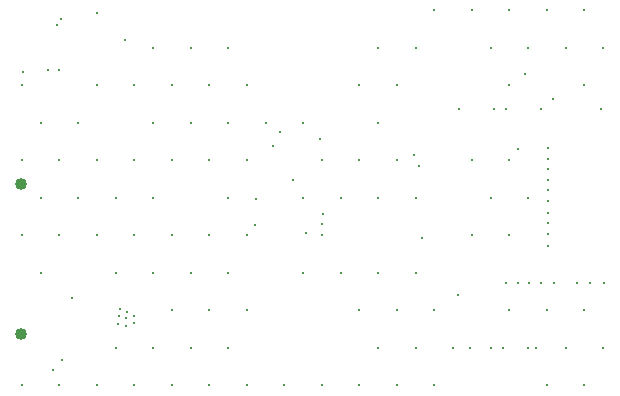
<source format=gbr>
%TF.GenerationSoftware,Altium Limited,Altium Designer,23.5.1 (21)*%
G04 Layer_Color=0*
%FSLAX45Y45*%
%MOMM*%
%TF.SameCoordinates,0CF0D061-263B-42B0-A585-B6EE71A6EBF9*%
%TF.FilePolarity,Positive*%
%TF.FileFunction,Plated,1,6,PTH,Drill*%
%TF.Part,Single*%
G01*
G75*
%TA.AperFunction,ComponentDrill*%
%ADD50C,1.01600*%
%TA.AperFunction,ViaDrill,NotFilled*%
%ADD51C,0.20000*%
D50*
X2847340Y3289300D02*
D03*
Y4559300D02*
D03*
D51*
X6553200Y3619500D02*
D03*
X6667500Y4127500D02*
D03*
X3124200Y2984500D02*
D03*
X7759700Y5194300D02*
D03*
X7785100Y3721100D02*
D03*
X7670800D02*
D03*
X7556500D02*
D03*
X7366000D02*
D03*
X7315200Y4038600D02*
D03*
X7314221Y4229196D02*
D03*
X7315200Y4140200D02*
D03*
Y4318000D02*
D03*
Y4419600D02*
D03*
Y4508500D02*
D03*
Y4597400D02*
D03*
Y4686300D02*
D03*
Y4775200D02*
D03*
Y4864100D02*
D03*
X7620000Y6032500D02*
D03*
X7778750Y5715000D02*
D03*
X7620000Y5397500D02*
D03*
Y3492500D02*
D03*
X7778750Y3175000D02*
D03*
X7620000Y2857500D02*
D03*
X7302500Y6032500D02*
D03*
X7461250Y5715000D02*
D03*
X7302500Y3492500D02*
D03*
X7461250Y3175000D02*
D03*
X7302500Y2857500D02*
D03*
X6985000Y6032500D02*
D03*
X7143750Y5715000D02*
D03*
X6985000Y5397500D02*
D03*
Y4762500D02*
D03*
X7143750Y4445000D02*
D03*
X6985000Y4127500D02*
D03*
Y3492500D02*
D03*
X7143750Y3175000D02*
D03*
X6667500Y6032500D02*
D03*
X6826250Y5715000D02*
D03*
X6667500Y4762500D02*
D03*
X6826250Y4445000D02*
D03*
Y3175000D02*
D03*
X6350000Y6032500D02*
D03*
Y3492500D02*
D03*
X6508750Y3175000D02*
D03*
X6350000Y2857500D02*
D03*
X6191250Y5715000D02*
D03*
X6032500Y5397500D02*
D03*
Y4762500D02*
D03*
X6191250Y4445000D02*
D03*
Y3810000D02*
D03*
X6032500Y3492500D02*
D03*
X6191250Y3175000D02*
D03*
X6032500Y2857500D02*
D03*
X5873750Y5715000D02*
D03*
X5715000Y5397500D02*
D03*
X5873750Y5080000D02*
D03*
X5715000Y4762500D02*
D03*
X5873750Y4445000D02*
D03*
Y3810000D02*
D03*
X5715000Y3492500D02*
D03*
X5873750Y3175000D02*
D03*
X5715000Y2857500D02*
D03*
X5397500Y4762500D02*
D03*
X5556250Y4445000D02*
D03*
X5397500Y4127500D02*
D03*
X5556250Y3810000D02*
D03*
X5397500Y2857500D02*
D03*
X5238750Y5080000D02*
D03*
Y4445000D02*
D03*
Y3810000D02*
D03*
X5080000Y2857500D02*
D03*
X4762500Y5397500D02*
D03*
X4921250Y5080000D02*
D03*
X4762500Y4762500D02*
D03*
Y4127500D02*
D03*
Y3492500D02*
D03*
Y2857500D02*
D03*
X4603750Y5715000D02*
D03*
X4445000Y5397500D02*
D03*
X4603750Y5080000D02*
D03*
X4445000Y4762500D02*
D03*
X4603750Y4445000D02*
D03*
X4445000Y4127500D02*
D03*
X4603750Y3810000D02*
D03*
X4445000Y3492500D02*
D03*
X4603750Y3175000D02*
D03*
X4445000Y2857500D02*
D03*
X4286250Y5715000D02*
D03*
X4127500Y5397500D02*
D03*
X4286250Y5080000D02*
D03*
X4127500Y4762500D02*
D03*
Y4127500D02*
D03*
X4286250Y3810000D02*
D03*
X4127500Y3492500D02*
D03*
X4286250Y3175000D02*
D03*
X4127500Y2857500D02*
D03*
X3968750Y5715000D02*
D03*
X3810000Y5397500D02*
D03*
X3968750Y5080000D02*
D03*
X3810000Y4762500D02*
D03*
X3968750Y4445000D02*
D03*
X3810000Y4127500D02*
D03*
X3968750Y3810000D02*
D03*
Y3175000D02*
D03*
X3810000Y2857500D02*
D03*
X3492500Y5397500D02*
D03*
Y4762500D02*
D03*
X3651250Y4445000D02*
D03*
X3492500Y4127500D02*
D03*
X3651250Y3810000D02*
D03*
Y3175000D02*
D03*
X3492500Y2857500D02*
D03*
X3333750Y5080000D02*
D03*
X3175000Y4762500D02*
D03*
X3333750Y4445000D02*
D03*
X3175000Y4127500D02*
D03*
Y2857500D02*
D03*
X2857500Y5397500D02*
D03*
X3016250Y5080000D02*
D03*
X2857500Y4762500D02*
D03*
X3016250Y4445000D02*
D03*
X2857500Y4127500D02*
D03*
X3016250Y3810000D02*
D03*
X2857500Y2857500D02*
D03*
X2870200Y5511800D02*
D03*
X3187700Y5956771D02*
D03*
X3153336Y5910421D02*
D03*
X3494130Y6008010D02*
D03*
X3670635Y3380566D02*
D03*
X3677764Y3448298D02*
D03*
X3734135Y3357706D02*
D03*
X3741264Y3425438D02*
D03*
X3802380Y3385820D02*
D03*
X3804920Y3441700D02*
D03*
X3749040Y3482340D02*
D03*
X3690620Y3505200D02*
D03*
X7118000Y5492400D02*
D03*
X6177800Y4807700D02*
D03*
X6223000Y4711700D02*
D03*
X5405760Y4307200D02*
D03*
X4833620Y4216400D02*
D03*
X4837060Y4431400D02*
D03*
X5150300Y4599120D02*
D03*
X3728720Y5778500D02*
D03*
X3081020Y5524500D02*
D03*
X3175000D02*
D03*
X3197860Y3073400D02*
D03*
X3284220Y3594100D02*
D03*
X6553900Y5193600D02*
D03*
X6953900Y3728100D02*
D03*
X7213600Y3175000D02*
D03*
X6934200Y3177540D02*
D03*
X6654800Y3172460D02*
D03*
X4983480Y4884420D02*
D03*
X5044440Y5002660D02*
D03*
X5383300Y4941800D02*
D03*
X5399400Y4227200D02*
D03*
X5262260Y4147200D02*
D03*
X7253900Y3723300D02*
D03*
X7153900Y3724900D02*
D03*
X7053900Y3726500D02*
D03*
X6241300Y4107700D02*
D03*
X6853900Y5198400D02*
D03*
X6953900Y5200000D02*
D03*
X7053900Y4856800D02*
D03*
X7353900Y5284100D02*
D03*
X7253900Y5199600D02*
D03*
%TF.MD5,bb6a62f3c86ef938abe2465a85b73ab6*%
M02*

</source>
